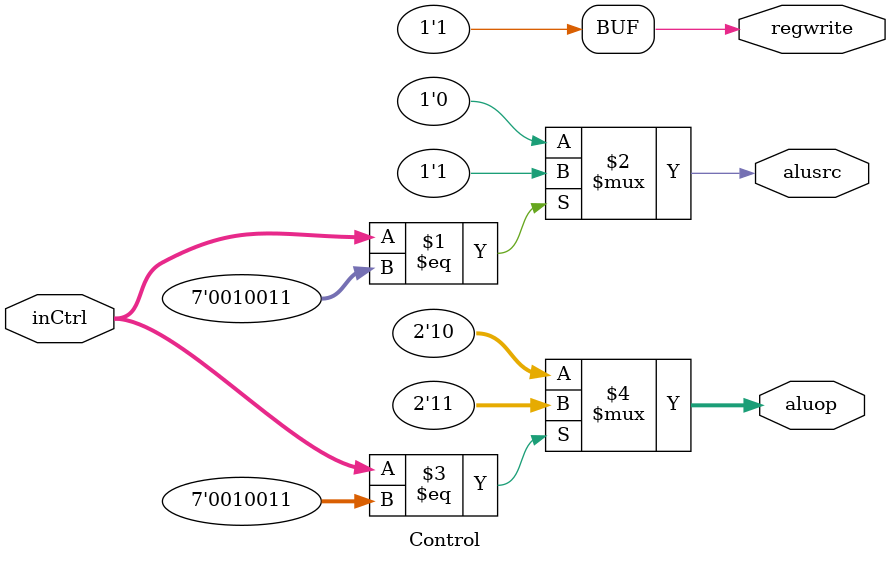
<source format=v>
module Control(
    inCtrl, 
    aluop, 
    alusrc, 
    regwrite
);

input [6:0] inCtrl;
output [1:0] aluop;
output alusrc;
output regwrite;

wire [1:0] aluop;
wire alusrc;
wire regwrite;

//addi and srai need to choose imm
assign alusrc = (inCtrl == 7'b0010011)? 1'b1: 1'b0;
//every instruction in this lab needs to write to the register
assign regwrite = 1'b1; 
//operations are all R type
//but I add a different one for the instruction that use imm
assign aluop = (inCtrl == 7'b0010011)? 2'b11:2'b10;

endmodule
</source>
